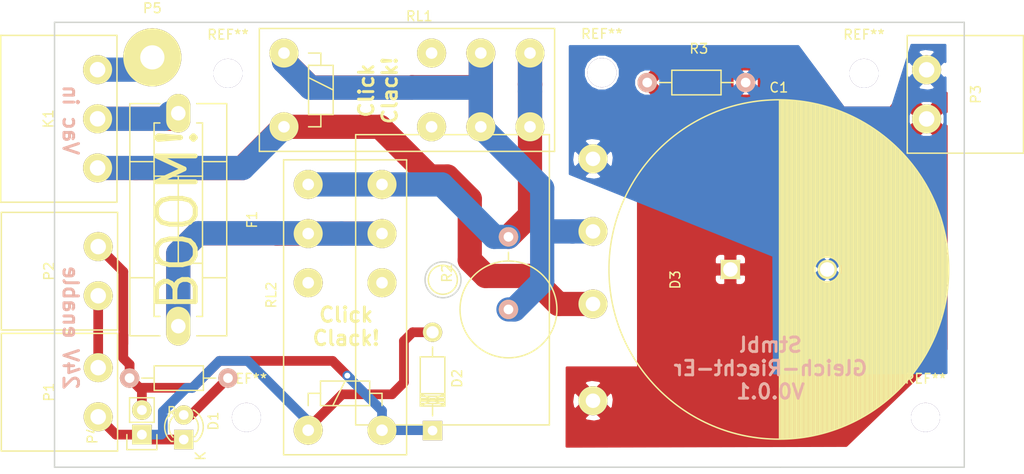
<source format=kicad_pcb>
(kicad_pcb (version 4) (host pcbnew "(2015-11-22 BZR 6327)-product")

  (general
    (links 30)
    (no_connects 0)
    (area 40.564999 69.330499 134.631501 115.454501)
    (thickness 1.6)
    (drawings 13)
    (tracks 110)
    (zones 0)
    (modules 21)
    (nets 17)
  )

  (page A4)
  (layers
    (0 F.Cu signal)
    (31 B.Cu signal)
    (32 B.Adhes user)
    (33 F.Adhes user)
    (34 B.Paste user)
    (35 F.Paste user)
    (36 B.SilkS user)
    (37 F.SilkS user)
    (38 B.Mask user)
    (39 F.Mask user)
    (40 Dwgs.User user)
    (41 Cmts.User user)
    (42 Eco1.User user)
    (43 Eco2.User user)
    (44 Edge.Cuts user)
    (45 Margin user)
    (46 B.CrtYd user)
    (47 F.CrtYd user)
    (48 B.Fab user)
    (49 F.Fab user)
  )

  (setup
    (last_trace_width 1)
    (user_trace_width 1)
    (user_trace_width 2.5)
    (trace_clearance 0.2)
    (zone_clearance 0.25)
    (zone_45_only no)
    (trace_min 0.2)
    (segment_width 0.2)
    (edge_width 0.15)
    (via_size 1)
    (via_drill 0.5)
    (via_min_size 0.4)
    (via_min_drill 0.3)
    (uvia_size 0.3)
    (uvia_drill 0.1)
    (uvias_allowed no)
    (uvia_min_size 0.2)
    (uvia_min_drill 0.1)
    (pcb_text_width 0.3)
    (pcb_text_size 1.5 1.5)
    (mod_edge_width 0.15)
    (mod_text_size 1 1)
    (mod_text_width 0.15)
    (pad_size 1.524 1.524)
    (pad_drill 0.762)
    (pad_to_mask_clearance 0.2)
    (aux_axis_origin 0 0)
    (grid_origin 40.64 115.443)
    (visible_elements FFFFFF7F)
    (pcbplotparams
      (layerselection 0x00030_80000001)
      (usegerberextensions false)
      (excludeedgelayer true)
      (linewidth 0.100000)
      (plotframeref false)
      (viasonmask false)
      (mode 1)
      (useauxorigin false)
      (hpglpennumber 1)
      (hpglpenspeed 20)
      (hpglpendiameter 15)
      (hpglpenoverlay 2)
      (psnegative false)
      (psa4output false)
      (plotreference true)
      (plotvalue true)
      (plotinvisibletext false)
      (padsonsilk false)
      (subtractmaskfromsilk false)
      (outputformat 1)
      (mirror false)
      (drillshape 0)
      (scaleselection 1)
      (outputdirectory ""))
  )

  (net 0 "")
  (net 1 DC+)
  (net 2 DC-)
  (net 3 "Net-(D1-Pad1)")
  (net 4 "Net-(D1-Pad2)")
  (net 5 "Net-(D2-Pad1)")
  (net 6 Neutral)
  (net 7 AC_ntc)
  (net 8 AC_fused)
  (net 9 "Net-(F1-Pad1)")
  (net 10 PE)
  (net 11 "Net-(P1-Pad1)")
  (net 12 AC_switched)
  (net 13 "Net-(RL1-Pad12)")
  (net 14 "Net-(RL2-Pad12)")
  (net 15 "Net-(RL1-Pad22)")
  (net 16 "Net-(RL2-Pad22)")

  (net_class Default "Dies ist die voreingestellte Netzklasse."
    (clearance 0.2)
    (trace_width 0.25)
    (via_dia 1)
    (via_drill 0.5)
    (uvia_dia 0.3)
    (uvia_drill 0.1)
    (add_net AC_fused)
    (add_net AC_ntc)
    (add_net AC_switched)
    (add_net DC+)
    (add_net DC-)
    (add_net "Net-(D1-Pad1)")
    (add_net "Net-(D1-Pad2)")
    (add_net "Net-(D2-Pad1)")
    (add_net "Net-(F1-Pad1)")
    (add_net "Net-(P1-Pad1)")
    (add_net "Net-(RL1-Pad12)")
    (add_net "Net-(RL1-Pad22)")
    (add_net "Net-(RL2-Pad12)")
    (add_net "Net-(RL2-Pad22)")
    (add_net Neutral)
    (add_net PE)
  )

  (module LEDs:LED-3MM (layer F.Cu) (tedit 559B82F6) (tstamp 56266914)
    (at 53.975 112.522 90)
    (descr "LED 3mm round vertical")
    (tags "LED  3mm round vertical")
    (path /56262E24)
    (fp_text reference D1 (at 1.91 3.06 90) (layer F.SilkS)
      (effects (font (size 1 1) (thickness 0.15)))
    )
    (fp_text value LED (at 1.3 -2.9 90) (layer F.Fab)
      (effects (font (size 1 1) (thickness 0.15)))
    )
    (fp_line (start -1.2 2.3) (end 3.8 2.3) (layer F.CrtYd) (width 0.05))
    (fp_line (start 3.8 2.3) (end 3.8 -2.2) (layer F.CrtYd) (width 0.05))
    (fp_line (start 3.8 -2.2) (end -1.2 -2.2) (layer F.CrtYd) (width 0.05))
    (fp_line (start -1.2 -2.2) (end -1.2 2.3) (layer F.CrtYd) (width 0.05))
    (fp_line (start -0.199 1.314) (end -0.199 1.114) (layer F.SilkS) (width 0.15))
    (fp_line (start -0.199 -1.28) (end -0.199 -1.1) (layer F.SilkS) (width 0.15))
    (fp_arc (start 1.301 0.034) (end -0.199 -1.286) (angle 108.5) (layer F.SilkS) (width 0.15))
    (fp_arc (start 1.301 0.034) (end 0.25 -1.1) (angle 85.7) (layer F.SilkS) (width 0.15))
    (fp_arc (start 1.311 0.034) (end 3.051 0.994) (angle 110) (layer F.SilkS) (width 0.15))
    (fp_arc (start 1.301 0.034) (end 2.335 1.094) (angle 87.5) (layer F.SilkS) (width 0.15))
    (fp_text user K (at -1.69 1.74 90) (layer F.SilkS)
      (effects (font (size 1 1) (thickness 0.15)))
    )
    (pad 1 thru_hole rect (at 0 0 180) (size 2 2) (drill 1.00076) (layers *.Cu *.Mask F.SilkS)
      (net 3 "Net-(D1-Pad1)"))
    (pad 2 thru_hole circle (at 2.54 0 90) (size 2 2) (drill 1.00076) (layers *.Cu *.Mask F.SilkS)
      (net 4 "Net-(D1-Pad2)"))
    (model LEDs.3dshapes/LED-3MM.wrl
      (at (xyz 0.05 0 0))
      (scale (xyz 1 1 1))
      (rotate (xyz 0 0 90))
    )
    (model discret/leds/led3_vertical_verde.wrl
      (at (xyz 0.05 0 0))
      (scale (xyz 1 1 1))
      (rotate (xyz 0 0 0))
    )
  )

  (module Diodes_ThroughHole:Diode_DO-41_SOD81_Horizontal_RM10 (layer F.Cu) (tedit 552FFCCE) (tstamp 56266928)
    (at 79.6671 111.5949 90)
    (descr "Diode, DO-41, SOD81, Horizontal, RM 10mm,")
    (tags "Diode, DO-41, SOD81, Horizontal, RM 10mm, 1N4007, SB140,")
    (path /56262D54)
    (fp_text reference D2 (at 5.38734 2.53746 90) (layer F.SilkS)
      (effects (font (size 1 1) (thickness 0.15)))
    )
    (fp_text value DIODE (at 4.37134 -3.55854 90) (layer F.Fab)
      (effects (font (size 1 1) (thickness 0.15)))
    )
    (fp_line (start 7.62 -0.00254) (end 8.636 -0.00254) (layer F.SilkS) (width 0.15))
    (fp_line (start 2.794 -0.00254) (end 1.524 -0.00254) (layer F.SilkS) (width 0.15))
    (fp_line (start 3.048 -1.27254) (end 3.048 1.26746) (layer F.SilkS) (width 0.15))
    (fp_line (start 3.302 -1.27254) (end 3.302 1.26746) (layer F.SilkS) (width 0.15))
    (fp_line (start 3.556 -1.27254) (end 3.556 1.26746) (layer F.SilkS) (width 0.15))
    (fp_line (start 2.794 -1.27254) (end 2.794 1.26746) (layer F.SilkS) (width 0.15))
    (fp_line (start 3.81 -1.27254) (end 2.54 1.26746) (layer F.SilkS) (width 0.15))
    (fp_line (start 2.54 -1.27254) (end 3.81 1.26746) (layer F.SilkS) (width 0.15))
    (fp_line (start 3.81 -1.27254) (end 3.81 1.26746) (layer F.SilkS) (width 0.15))
    (fp_line (start 3.175 -1.27254) (end 3.175 1.26746) (layer F.SilkS) (width 0.15))
    (fp_line (start 2.54 1.26746) (end 2.54 -1.27254) (layer F.SilkS) (width 0.15))
    (fp_line (start 2.54 -1.27254) (end 7.62 -1.27254) (layer F.SilkS) (width 0.15))
    (fp_line (start 7.62 -1.27254) (end 7.62 1.26746) (layer F.SilkS) (width 0.15))
    (fp_line (start 7.62 1.26746) (end 2.54 1.26746) (layer F.SilkS) (width 0.15))
    (pad 2 thru_hole circle (at 10.16 -0.00254 270) (size 1.99898 1.99898) (drill 1.27) (layers *.Cu *.Mask F.SilkS)
      (net 3 "Net-(D1-Pad1)"))
    (pad 1 thru_hole rect (at 0 -0.00254 270) (size 1.99898 1.99898) (drill 1.00076) (layers *.Cu *.Mask F.SilkS)
      (net 5 "Net-(D2-Pad1)"))
  )

  (module bridge:dfb_bridge (layer F.Cu) (tedit 56265C28) (tstamp 56266935)
    (at 101.727 96.012 90)
    (path /56262529)
    (fp_text reference D3 (at 0 3 90) (layer F.SilkS)
      (effects (font (size 1 1) (thickness 0.15)))
    )
    (fp_text value BRIDGE (at 0 5 90) (layer F.Fab)
      (effects (font (size 1 1) (thickness 0.15)))
    )
    (fp_circle (center 0 -21) (end 1.5 -21) (layer F.SilkS) (width 0.15))
    (fp_line (start -15 -30) (end 15 -30) (layer F.SilkS) (width 0.15))
    (fp_line (start 15 -30) (end 15 -10) (layer F.SilkS) (width 0.15))
    (fp_line (start -15 -10) (end 15 -10) (layer F.SilkS) (width 0.15))
    (fp_line (start -15 -30) (end -15 -10) (layer F.SilkS) (width 0.15))
    (pad 3 thru_hole circle (at -12.5 -5.5 90) (size 3 3) (drill 1.5) (layers *.Cu *.Mask F.SilkS)
      (net 1 DC+))
    (pad 2 thru_hole circle (at -2.5 -5.5 90) (size 3 3) (drill 1.5) (layers *.Cu *.Mask F.SilkS)
      (net 6 Neutral))
    (pad 4 thru_hole circle (at 5 -5.5 90) (size 3 3) (drill 1.5) (layers *.Cu *.Mask F.SilkS)
      (net 7 AC_ntc))
    (pad 1 thru_hole circle (at 12.5 -5.5 90) (size 3 3) (drill 1.5) (layers *.Cu *.Mask F.SilkS)
      (net 2 DC-))
  )

  (module Fuse_Holders_and_Fuses:Fuseholder5x20_horiz_SemiClosed_Casing10x25mm (layer F.Cu) (tedit 0) (tstamp 5626694E)
    (at 53.4162 89.8017 270)
    (descr "Fuseholder, 5x20, Semi closed, horizontal, Casing 10x25mm,")
    (tags "Fuseholder, 5x20, Semi closed, horizontal, Casing 10x25mm, Sicherungshalter, halbgeschlossen,")
    (path /5626282B)
    (fp_text reference F1 (at 0 -7.62 270) (layer F.SilkS)
      (effects (font (size 1 1) (thickness 0.15)))
    )
    (fp_text value FUSE (at 1.27 7.62 270) (layer F.Fab)
      (effects (font (size 1 1) (thickness 0.15)))
    )
    (fp_line (start -5.99948 -2.49936) (end -5.99948 -5.00126) (layer F.SilkS) (width 0.15))
    (fp_line (start -5.99948 5.00126) (end -5.99948 2.49936) (layer F.SilkS) (width 0.15))
    (fp_line (start 5.99948 5.00126) (end 5.99948 2.49936) (layer F.SilkS) (width 0.15))
    (fp_line (start 5.99948 -5.00126) (end 5.99948 -2.49936) (layer F.SilkS) (width 0.15))
    (fp_line (start -4.50088 0) (end 4.50088 0) (layer F.SilkS) (width 0.15))
    (fp_line (start -4.50088 -2.49936) (end -4.50088 2.49936) (layer F.SilkS) (width 0.15))
    (fp_line (start 4.50088 -2.49936) (end 4.50088 2.49936) (layer F.SilkS) (width 0.15))
    (fp_line (start 9.99998 -1.89992) (end 9.99998 -2.49936) (layer F.SilkS) (width 0.15))
    (fp_line (start -9.99998 1.89992) (end -9.99998 2.49936) (layer F.SilkS) (width 0.15))
    (fp_line (start -9.99998 2.49936) (end 9.99998 2.49936) (layer F.SilkS) (width 0.15))
    (fp_line (start 9.99998 2.49936) (end 9.99998 1.89992) (layer F.SilkS) (width 0.15))
    (fp_line (start 9.99998 -2.49936) (end -9.99998 -2.49936) (layer F.SilkS) (width 0.15))
    (fp_line (start -9.99998 -2.49936) (end -9.99998 -1.89992) (layer F.SilkS) (width 0.15))
    (fp_line (start 11.99896 -1.89992) (end 11.99896 -5.00126) (layer F.SilkS) (width 0.15))
    (fp_line (start -11.99896 1.89992) (end -11.99896 5.00126) (layer F.SilkS) (width 0.15))
    (fp_line (start -11.99896 5.00126) (end 11.99896 5.00126) (layer F.SilkS) (width 0.15))
    (fp_line (start 11.99896 5.00126) (end 11.99896 1.89992) (layer F.SilkS) (width 0.15))
    (fp_line (start 11.99896 -5.00126) (end -11.99896 -5.00126) (layer F.SilkS) (width 0.15))
    (fp_line (start -11.99896 -5.00126) (end -11.99896 -1.89992) (layer F.SilkS) (width 0.15))
    (pad 2 thru_hole oval (at 11.00074 0 180) (size 2.49936 4.0005) (drill 1.50114) (layers *.Cu *.Mask F.SilkS)
      (net 8 AC_fused))
    (pad 1 thru_hole oval (at -11.00074 0 180) (size 2.49936 4.0005) (drill 1.50114) (layers *.Cu *.Mask F.SilkS)
      (net 9 "Net-(F1-Pad1)"))
  )

  (module custom_footprints:WE313-3 (layer F.Cu) (tedit 5526D156) (tstamp 56266959)
    (at 45.085 79.375 270)
    (path /562627B8)
    (fp_text reference K1 (at 0 5.08 270) (layer F.SilkS)
      (effects (font (size 1 1) (thickness 0.15)))
    )
    (fp_text value CONN_3 (at 0 2.54 270) (layer F.Fab)
      (effects (font (size 1 1) (thickness 0.15)))
    )
    (fp_line (start -8.62 10) (end -8.62 -2) (layer F.SilkS) (width 0.15))
    (fp_line (start 8.62 10) (end -8.62 10) (layer F.SilkS) (width 0.15))
    (fp_line (start 8.62 -2) (end 8.62 10) (layer F.SilkS) (width 0.15))
    (fp_line (start -8.62 -2) (end 8.62 -2) (layer F.SilkS) (width 0.15))
    (pad 1 thru_hole circle (at -5.08 0 270) (size 3 3) (drill 1.6) (layers *.Cu *.Mask F.SilkS)
      (net 10 PE))
    (pad 2 thru_hole circle (at 0 0 270) (size 3 3) (drill 1.6) (layers *.Cu *.Mask F.SilkS)
      (net 9 "Net-(F1-Pad1)"))
    (pad 3 thru_hole circle (at 5.08 0 270) (size 3 3) (drill 1.6) (layers *.Cu *.Mask F.SilkS)
      (net 6 Neutral))
  )

  (module custom_footprints:WE313-2 (layer F.Cu) (tedit 5526D206) (tstamp 56266963)
    (at 45.1485 107.6325 270)
    (path /5626358D)
    (fp_text reference P1 (at 0 5.08 270) (layer F.SilkS)
      (effects (font (size 1 1) (thickness 0.15)))
    )
    (fp_text value CONN_2 (at 0 2.54 270) (layer F.Fab)
      (effects (font (size 1 1) (thickness 0.15)))
    )
    (fp_line (start -6.08 10) (end -6.08 -2) (layer F.SilkS) (width 0.15))
    (fp_line (start 6.08 10) (end -6.08 10) (layer F.SilkS) (width 0.15))
    (fp_line (start 6.08 -2) (end 6.08 10) (layer F.SilkS) (width 0.15))
    (fp_line (start -6.08 -2) (end 6.08 -2) (layer F.SilkS) (width 0.15))
    (pad 1 thru_hole circle (at -2.54 0 270) (size 3 3) (drill 1.6) (layers *.Cu *.Mask F.SilkS)
      (net 11 "Net-(P1-Pad1)"))
    (pad 2 thru_hole circle (at 2.54 0 270) (size 3 3) (drill 1.6) (layers *.Cu *.Mask F.SilkS)
      (net 3 "Net-(D1-Pad1)"))
  )

  (module custom_footprints:WE313-2 (layer F.Cu) (tedit 5526D206) (tstamp 5626696D)
    (at 45.1485 95.123 270)
    (path /562626ED)
    (fp_text reference P2 (at 0 5.08 270) (layer F.SilkS)
      (effects (font (size 1 1) (thickness 0.15)))
    )
    (fp_text value CONN_2 (at 0 2.54 270) (layer F.Fab)
      (effects (font (size 1 1) (thickness 0.15)))
    )
    (fp_line (start -6.08 10) (end -6.08 -2) (layer F.SilkS) (width 0.15))
    (fp_line (start 6.08 10) (end -6.08 10) (layer F.SilkS) (width 0.15))
    (fp_line (start 6.08 -2) (end 6.08 10) (layer F.SilkS) (width 0.15))
    (fp_line (start -6.08 -2) (end 6.08 -2) (layer F.SilkS) (width 0.15))
    (pad 1 thru_hole circle (at -2.54 0 270) (size 3 3) (drill 1.6) (layers *.Cu *.Mask F.SilkS)
      (net 5 "Net-(D2-Pad1)"))
    (pad 2 thru_hole circle (at 2.54 0 270) (size 3 3) (drill 1.6) (layers *.Cu *.Mask F.SilkS)
      (net 11 "Net-(P1-Pad1)"))
  )

  (module custom_footprints:WE313-2 (layer F.Cu) (tedit 5526D206) (tstamp 56266977)
    (at 130.6703 76.8477 90)
    (path /56262678)
    (fp_text reference P3 (at 0 5.08 90) (layer F.SilkS)
      (effects (font (size 1 1) (thickness 0.15)))
    )
    (fp_text value CONN_2 (at 0 2.54 90) (layer F.Fab)
      (effects (font (size 1 1) (thickness 0.15)))
    )
    (fp_line (start -6.08 10) (end -6.08 -2) (layer F.SilkS) (width 0.15))
    (fp_line (start 6.08 10) (end -6.08 10) (layer F.SilkS) (width 0.15))
    (fp_line (start 6.08 -2) (end 6.08 10) (layer F.SilkS) (width 0.15))
    (fp_line (start -6.08 -2) (end 6.08 -2) (layer F.SilkS) (width 0.15))
    (pad 1 thru_hole circle (at -2.54 0 90) (size 3 3) (drill 1.6) (layers *.Cu *.Mask F.SilkS)
      (net 1 DC+))
    (pad 2 thru_hole circle (at 2.54 0 90) (size 3 3) (drill 1.6) (layers *.Cu *.Mask F.SilkS)
      (net 2 DC-))
  )

  (module Socket_Strips:Socket_Strip_Straight_1x02 (layer F.Cu) (tedit 54E9F75E) (tstamp 56266988)
    (at 49.657 112.014 90)
    (descr "Through hole socket strip")
    (tags "socket strip")
    (path /56266A2B)
    (fp_text reference P4 (at 0 -5.1 90) (layer F.SilkS)
      (effects (font (size 1 1) (thickness 0.15)))
    )
    (fp_text value CONN_2 (at 0 -3.1 90) (layer F.Fab)
      (effects (font (size 1 1) (thickness 0.15)))
    )
    (fp_line (start -1.55 1.55) (end 0 1.55) (layer F.SilkS) (width 0.15))
    (fp_line (start 3.81 1.27) (end 1.27 1.27) (layer F.SilkS) (width 0.15))
    (fp_line (start -1.75 -1.75) (end -1.75 1.75) (layer F.CrtYd) (width 0.05))
    (fp_line (start 4.3 -1.75) (end 4.3 1.75) (layer F.CrtYd) (width 0.05))
    (fp_line (start -1.75 -1.75) (end 4.3 -1.75) (layer F.CrtYd) (width 0.05))
    (fp_line (start -1.75 1.75) (end 4.3 1.75) (layer F.CrtYd) (width 0.05))
    (fp_line (start 1.27 1.27) (end 1.27 -1.27) (layer F.SilkS) (width 0.15))
    (fp_line (start 0 -1.55) (end -1.55 -1.55) (layer F.SilkS) (width 0.15))
    (fp_line (start -1.55 -1.55) (end -1.55 1.55) (layer F.SilkS) (width 0.15))
    (fp_line (start 1.27 -1.27) (end 3.81 -1.27) (layer F.SilkS) (width 0.15))
    (fp_line (start 3.81 -1.27) (end 3.81 1.27) (layer F.SilkS) (width 0.15))
    (pad 1 thru_hole rect (at 0 0 90) (size 2.032 2.032) (drill 1.016) (layers *.Cu *.Mask F.SilkS)
      (net 3 "Net-(D1-Pad1)"))
    (pad 2 thru_hole oval (at 2.54 0 90) (size 2.032 2.032) (drill 1.016) (layers *.Cu *.Mask F.SilkS)
      (net 5 "Net-(D2-Pad1)"))
    (model Socket_Strips.3dshapes/Socket_Strip_Straight_1x02.wrl
      (at (xyz 0.05 0 0))
      (scale (xyz 1 1 1))
      (rotate (xyz 0 0 180))
    )
    (model pin_array/pins_array_2x1.wrl
      (at (xyz 0.05 0 0))
      (scale (xyz 1 1 1))
      (rotate (xyz 0 0 0))
    )
  )

  (module Resistors_ThroughHole:Resistor_Horizontal_RM10mm (layer F.Cu) (tedit 53F56209) (tstamp 56266994)
    (at 53.467 106.172 180)
    (descr "Resistor, Axial,  RM 10mm, 1/3W,")
    (tags "Resistor, Axial, RM 10mm, 1/3W,")
    (path /56263013)
    (fp_text reference R1 (at 0.24892 -3.50012 180) (layer F.SilkS)
      (effects (font (size 1 1) (thickness 0.15)))
    )
    (fp_text value R (at 3.81 3.81 180) (layer F.Fab)
      (effects (font (size 1 1) (thickness 0.15)))
    )
    (fp_line (start -2.54 -1.27) (end 2.54 -1.27) (layer F.SilkS) (width 0.15))
    (fp_line (start 2.54 -1.27) (end 2.54 1.27) (layer F.SilkS) (width 0.15))
    (fp_line (start 2.54 1.27) (end -2.54 1.27) (layer F.SilkS) (width 0.15))
    (fp_line (start -2.54 1.27) (end -2.54 -1.27) (layer F.SilkS) (width 0.15))
    (fp_line (start -2.54 0) (end -3.81 0) (layer F.SilkS) (width 0.15))
    (fp_line (start 2.54 0) (end 3.81 0) (layer F.SilkS) (width 0.15))
    (pad 1 thru_hole circle (at -5.08 0 180) (size 1.99898 1.99898) (drill 1.00076) (layers *.Cu *.SilkS *.Mask)
      (net 4 "Net-(D1-Pad2)"))
    (pad 2 thru_hole circle (at 5.08 0 180) (size 1.99898 1.99898) (drill 1.00076) (layers *.Cu *.SilkS *.Mask)
      (net 5 "Net-(D2-Pad1)"))
    (model Resistors_ThroughHole.3dshapes/Resistor_Horizontal_RM10mm.wrl
      (at (xyz 0 0 0))
      (scale (xyz 0.4 0.4 0.4))
      (rotate (xyz 0 0 0))
    )
    (model discret/resistors/horizontal/r_h_1k.wrl
      (at (xyz 0 0 0))
      (scale (xyz 0.4 0.4 0.4))
      (rotate (xyz 0 0 0))
    )
  )

  (module Resistors_ThroughHole:Resistor_Horizontal_RM10mm (layer F.Cu) (tedit 53F56209) (tstamp 562669AC)
    (at 106.9086 75.6285)
    (descr "Resistor, Axial,  RM 10mm, 1/3W,")
    (tags "Resistor, Axial, RM 10mm, 1/3W,")
    (path /5626609F)
    (fp_text reference R3 (at 0.24892 -3.50012) (layer F.SilkS)
      (effects (font (size 1 1) (thickness 0.15)))
    )
    (fp_text value R (at 3.81 3.81) (layer F.Fab)
      (effects (font (size 1 1) (thickness 0.15)))
    )
    (fp_line (start -2.54 -1.27) (end 2.54 -1.27) (layer F.SilkS) (width 0.15))
    (fp_line (start 2.54 -1.27) (end 2.54 1.27) (layer F.SilkS) (width 0.15))
    (fp_line (start 2.54 1.27) (end -2.54 1.27) (layer F.SilkS) (width 0.15))
    (fp_line (start -2.54 1.27) (end -2.54 -1.27) (layer F.SilkS) (width 0.15))
    (fp_line (start -2.54 0) (end -3.81 0) (layer F.SilkS) (width 0.15))
    (fp_line (start 2.54 0) (end 3.81 0) (layer F.SilkS) (width 0.15))
    (pad 1 thru_hole circle (at -5.08 0) (size 1.99898 1.99898) (drill 1.00076) (layers *.Cu *.SilkS *.Mask)
      (net 1 DC+))
    (pad 2 thru_hole circle (at 5.08 0) (size 1.99898 1.99898) (drill 1.00076) (layers *.Cu *.SilkS *.Mask)
      (net 2 DC-))
    (model Resistors_ThroughHole.3dshapes/Resistor_Horizontal_RM10mm.wrl
      (at (xyz 0 0 0))
      (scale (xyz 0.4 0.4 0.4))
      (rotate (xyz 0 0 0))
    )
    (model discret/resistors/horizontal/r_h_1K2.wrl
      (at (xyz 0 0 0))
      (scale (xyz 0.4 0.4 0.4))
      (rotate (xyz 0 0 0))
    )
  )

  (module Relays_ThroughHole:Relay_DPDT_Schrack-RT2_RM5mm (layer F.Cu) (tedit 54C873D3) (tstamp 562669C6)
    (at 64.3255 80.2005)
    (descr "Relay, DPST, Schrack-RT2, RM5mm,")
    (tags "Relay, DPST,  Schrack-RT1, RM5mm, Reais, 2 x um,")
    (path /562691A0)
    (fp_text reference RL1 (at 13.97 -11.43) (layer F.SilkS)
      (effects (font (size 1 1) (thickness 0.15)))
    )
    (fp_text value FINDER-40.52 (at 12.7 5.08) (layer F.Fab)
      (effects (font (size 1 1) (thickness 0.15)))
    )
    (fp_line (start 2.54 -5.08) (end 5.08 -3.81) (layer F.SilkS) (width 0.15))
    (fp_line (start 3.81 -1.27) (end 3.81 0) (layer F.SilkS) (width 0.15))
    (fp_line (start 3.81 0) (end 2.54 0) (layer F.SilkS) (width 0.15))
    (fp_line (start 2.54 -7.62) (end 3.81 -7.62) (layer F.SilkS) (width 0.15))
    (fp_line (start 3.81 -7.62) (end 3.81 -6.35) (layer F.SilkS) (width 0.15))
    (fp_line (start 3.81 -6.35) (end 5.08 -6.35) (layer F.SilkS) (width 0.15))
    (fp_line (start 5.08 -6.35) (end 5.08 -1.27) (layer F.SilkS) (width 0.15))
    (fp_line (start 5.08 -1.27) (end 2.54 -1.27) (layer F.SilkS) (width 0.15))
    (fp_line (start 2.54 -1.27) (end 2.54 -6.35) (layer F.SilkS) (width 0.15))
    (fp_line (start 2.54 -6.35) (end 3.81 -6.35) (layer F.SilkS) (width 0.15))
    (fp_line (start -2.54 -10.16) (end 27.94 -10.16) (layer F.SilkS) (width 0.15))
    (fp_line (start 27.94 -10.16) (end 27.94 2.54) (layer F.SilkS) (width 0.15))
    (fp_line (start 27.94 2.54) (end -2.54 2.54) (layer F.SilkS) (width 0.15))
    (fp_line (start -2.54 2.54) (end -2.54 -10.16) (layer F.SilkS) (width 0.15))
    (pad A1 thru_hole circle (at 0 -7.62) (size 2.99974 2.99974) (drill 1.19888) (layers *.Cu *.Mask F.SilkS)
      (net 7 AC_ntc))
    (pad A2 thru_hole circle (at 0 0) (size 2.99974 2.99974) (drill 1.19888) (layers *.Cu *.Mask F.SilkS)
      (net 6 Neutral))
    (pad 22 thru_hole circle (at 15.24 0) (size 2.99974 2.99974) (drill 1.19888) (layers *.Cu *.Mask F.SilkS)
      (net 15 "Net-(RL1-Pad22)"))
    (pad 21 thru_hole circle (at 20.32 0) (size 2.99974 2.99974) (drill 1.19888) (layers *.Cu *.Mask F.SilkS)
      (net 7 AC_ntc))
    (pad 24 thru_hole circle (at 25.4 0) (size 2.99974 2.99974) (drill 1.19888) (layers *.Cu *.Mask F.SilkS)
      (net 12 AC_switched))
    (pad 12 thru_hole circle (at 15.24 -7.62) (size 2.99974 2.99974) (drill 1.19888) (layers *.Cu *.Mask F.SilkS)
      (net 13 "Net-(RL1-Pad12)"))
    (pad 11 thru_hole circle (at 20.32 -7.62) (size 2.99974 2.99974) (drill 1.19888) (layers *.Cu *.Mask F.SilkS)
      (net 7 AC_ntc))
    (pad 14 thru_hole circle (at 25.4 -7.62) (size 2.99974 2.99974) (drill 1.19888) (layers *.Cu *.Mask F.SilkS)
      (net 12 AC_switched))
  )

  (module Relays_ThroughHole:Relay_DPDT_Schrack-RT2_RM5mm (layer F.Cu) (tedit 54C873D3) (tstamp 562669E0)
    (at 74.4474 111.5568 90)
    (descr "Relay, DPST, Schrack-RT2, RM5mm,")
    (tags "Relay, DPST,  Schrack-RT1, RM5mm, Reais, 2 x um,")
    (path /56268E4F)
    (fp_text reference RL2 (at 13.97 -11.43 90) (layer F.SilkS)
      (effects (font (size 1 1) (thickness 0.15)))
    )
    (fp_text value FINDER-40.52 (at 12.7 5.08 90) (layer F.Fab)
      (effects (font (size 1 1) (thickness 0.15)))
    )
    (fp_line (start 2.54 -5.08) (end 5.08 -3.81) (layer F.SilkS) (width 0.15))
    (fp_line (start 3.81 -1.27) (end 3.81 0) (layer F.SilkS) (width 0.15))
    (fp_line (start 3.81 0) (end 2.54 0) (layer F.SilkS) (width 0.15))
    (fp_line (start 2.54 -7.62) (end 3.81 -7.62) (layer F.SilkS) (width 0.15))
    (fp_line (start 3.81 -7.62) (end 3.81 -6.35) (layer F.SilkS) (width 0.15))
    (fp_line (start 3.81 -6.35) (end 5.08 -6.35) (layer F.SilkS) (width 0.15))
    (fp_line (start 5.08 -6.35) (end 5.08 -1.27) (layer F.SilkS) (width 0.15))
    (fp_line (start 5.08 -1.27) (end 2.54 -1.27) (layer F.SilkS) (width 0.15))
    (fp_line (start 2.54 -1.27) (end 2.54 -6.35) (layer F.SilkS) (width 0.15))
    (fp_line (start 2.54 -6.35) (end 3.81 -6.35) (layer F.SilkS) (width 0.15))
    (fp_line (start -2.54 -10.16) (end 27.94 -10.16) (layer F.SilkS) (width 0.15))
    (fp_line (start 27.94 -10.16) (end 27.94 2.54) (layer F.SilkS) (width 0.15))
    (fp_line (start 27.94 2.54) (end -2.54 2.54) (layer F.SilkS) (width 0.15))
    (fp_line (start -2.54 2.54) (end -2.54 -10.16) (layer F.SilkS) (width 0.15))
    (pad A1 thru_hole circle (at 0 -7.62 90) (size 2.99974 2.99974) (drill 1.19888) (layers *.Cu *.Mask F.SilkS)
      (net 3 "Net-(D1-Pad1)"))
    (pad A2 thru_hole circle (at 0 0 90) (size 2.99974 2.99974) (drill 1.19888) (layers *.Cu *.Mask F.SilkS)
      (net 5 "Net-(D2-Pad1)"))
    (pad 22 thru_hole circle (at 15.24 0 90) (size 2.99974 2.99974) (drill 1.19888) (layers *.Cu *.Mask F.SilkS)
      (net 16 "Net-(RL2-Pad22)"))
    (pad 21 thru_hole circle (at 20.32 0 90) (size 2.99974 2.99974) (drill 1.19888) (layers *.Cu *.Mask F.SilkS)
      (net 8 AC_fused))
    (pad 24 thru_hole circle (at 25.4 0 90) (size 2.99974 2.99974) (drill 1.19888) (layers *.Cu *.Mask F.SilkS)
      (net 12 AC_switched))
    (pad 12 thru_hole circle (at 15.24 -7.62 90) (size 2.99974 2.99974) (drill 1.19888) (layers *.Cu *.Mask F.SilkS)
      (net 14 "Net-(RL2-Pad12)"))
    (pad 11 thru_hole circle (at 20.32 -7.62 90) (size 2.99974 2.99974) (drill 1.19888) (layers *.Cu *.Mask F.SilkS)
      (net 8 AC_fused))
    (pad 14 thru_hole circle (at 25.4 -7.62 90) (size 2.99974 2.99974) (drill 1.19888) (layers *.Cu *.Mask F.SilkS)
      (net 12 AC_switched))
  )

  (module Resistors_ThroughHole:Resistor_Vertical_RM7.5mm (layer F.Cu) (tedit 0) (tstamp 562673CC)
    (at 87.503 95.3262 90)
    (descr "Resistor, Vertical, RM 7.5mm,")
    (tags "Resistor, Vertical, RM 7.5mm,")
    (path /56262BA3)
    (fp_text reference R2 (at 0 -6.35 90) (layer F.SilkS)
      (effects (font (size 1 1) (thickness 0.15)))
    )
    (fp_text value R (at 0 7.50062 90) (layer F.Fab)
      (effects (font (size 1 1) (thickness 0.15)))
    )
    (fp_line (start 1.25222 0) (end 2.15138 0) (layer F.SilkS) (width 0.15))
    (fp_circle (center -3.74904 0) (end 1.25222 0) (layer F.SilkS) (width 0.15))
    (pad 1 thru_hole circle (at -3.74904 0 90) (size 1.99898 1.99898) (drill 1.00076) (layers *.Cu *.SilkS *.Mask)
      (net 7 AC_ntc))
    (pad 2 thru_hole circle (at 3.75158 0 90) (size 1.99898 1.99898) (drill 1.00076) (layers *.Cu *.SilkS *.Mask)
      (net 12 AC_switched))
  )

  (module Wire_Pads:SolderWirePad_single_2-5mmDrill (layer F.Cu) (tedit 0) (tstamp 56267575)
    (at 50.7365 73.025)
    (path /56267627)
    (fp_text reference P5 (at 0 -5.08) (layer F.SilkS)
      (effects (font (size 1 1) (thickness 0.15)))
    )
    (fp_text value CONN_1 (at 1.27 5.08) (layer F.Fab)
      (effects (font (size 1 1) (thickness 0.15)))
    )
    (pad 1 thru_hole circle (at 0 0) (size 5.99948 5.99948) (drill 2.49936) (layers *.Cu *.Mask F.SilkS)
      (net 10 PE))
  )

  (module Capacitors_ThroughHole:C_Radial_D35_L51_P10 (layer F.Cu) (tedit 0) (tstamp 5626813E)
    (at 110.4138 94.9452)
    (descr "Radial Electrolytic Capacitor Diameter 35mm x Length 51mm, Pitch 10mm")
    (tags "Electrolytic Capacitor")
    (path /562625AE)
    (fp_text reference C1 (at 5 -18.8) (layer F.SilkS)
      (effects (font (size 1 1) (thickness 0.15)))
    )
    (fp_text value CP1 (at 5 18.8) (layer F.Fab)
      (effects (font (size 1 1) (thickness 0.15)))
    )
    (fp_line (start 5.075 -17.5) (end 5.075 17.5) (layer F.SilkS) (width 0.15))
    (fp_line (start 5.215 -17.499) (end 5.215 17.499) (layer F.SilkS) (width 0.15))
    (fp_line (start 5.355 -17.496) (end 5.355 17.496) (layer F.SilkS) (width 0.15))
    (fp_line (start 5.495 -17.493) (end 5.495 17.493) (layer F.SilkS) (width 0.15))
    (fp_line (start 5.635 -17.488) (end 5.635 17.488) (layer F.SilkS) (width 0.15))
    (fp_line (start 5.775 -17.483) (end 5.775 17.483) (layer F.SilkS) (width 0.15))
    (fp_line (start 5.915 -17.476) (end 5.915 17.476) (layer F.SilkS) (width 0.15))
    (fp_line (start 6.055 -17.468) (end 6.055 17.468) (layer F.SilkS) (width 0.15))
    (fp_line (start 6.195 -17.459) (end 6.195 17.459) (layer F.SilkS) (width 0.15))
    (fp_line (start 6.335 -17.449) (end 6.335 17.449) (layer F.SilkS) (width 0.15))
    (fp_line (start 6.475 -17.438) (end 6.475 17.438) (layer F.SilkS) (width 0.15))
    (fp_line (start 6.615 -17.425) (end 6.615 17.425) (layer F.SilkS) (width 0.15))
    (fp_line (start 6.755 -17.412) (end 6.755 17.412) (layer F.SilkS) (width 0.15))
    (fp_line (start 6.895 -17.397) (end 6.895 17.397) (layer F.SilkS) (width 0.15))
    (fp_line (start 7.035 -17.381) (end 7.035 17.381) (layer F.SilkS) (width 0.15))
    (fp_line (start 7.175 -17.364) (end 7.175 17.364) (layer F.SilkS) (width 0.15))
    (fp_line (start 7.315 -17.346) (end 7.315 17.346) (layer F.SilkS) (width 0.15))
    (fp_line (start 7.455 -17.327) (end 7.455 17.327) (layer F.SilkS) (width 0.15))
    (fp_line (start 7.595 -17.307) (end 7.595 17.307) (layer F.SilkS) (width 0.15))
    (fp_line (start 7.735 -17.285) (end 7.735 17.285) (layer F.SilkS) (width 0.15))
    (fp_line (start 7.875 -17.262) (end 7.875 17.262) (layer F.SilkS) (width 0.15))
    (fp_line (start 8.015 -17.238) (end 8.015 17.238) (layer F.SilkS) (width 0.15))
    (fp_line (start 8.155 -17.213) (end 8.155 17.213) (layer F.SilkS) (width 0.15))
    (fp_line (start 8.295 -17.187) (end 8.295 17.187) (layer F.SilkS) (width 0.15))
    (fp_line (start 8.435 -17.16) (end 8.435 17.16) (layer F.SilkS) (width 0.15))
    (fp_line (start 8.575 -17.131) (end 8.575 17.131) (layer F.SilkS) (width 0.15))
    (fp_line (start 8.715 -17.101) (end 8.715 -0.197) (layer F.SilkS) (width 0.15))
    (fp_line (start 8.715 0.197) (end 8.715 17.101) (layer F.SilkS) (width 0.15))
    (fp_line (start 8.855 -17.07) (end 8.855 -0.616) (layer F.SilkS) (width 0.15))
    (fp_line (start 8.855 0.616) (end 8.855 17.07) (layer F.SilkS) (width 0.15))
    (fp_line (start 8.995 -17.038) (end 8.995 -0.825) (layer F.SilkS) (width 0.15))
    (fp_line (start 8.995 0.825) (end 8.995 17.038) (layer F.SilkS) (width 0.15))
    (fp_line (start 9.135 -17.004) (end 9.135 -0.97) (layer F.SilkS) (width 0.15))
    (fp_line (start 9.135 0.97) (end 9.135 17.004) (layer F.SilkS) (width 0.15))
    (fp_line (start 9.275 -16.97) (end 9.275 -1.079) (layer F.SilkS) (width 0.15))
    (fp_line (start 9.275 1.079) (end 9.275 16.97) (layer F.SilkS) (width 0.15))
    (fp_line (start 9.415 -16.934) (end 9.415 -1.161) (layer F.SilkS) (width 0.15))
    (fp_line (start 9.415 1.161) (end 9.415 16.934) (layer F.SilkS) (width 0.15))
    (fp_line (start 9.555 -16.897) (end 9.555 -1.221) (layer F.SilkS) (width 0.15))
    (fp_line (start 9.555 1.221) (end 9.555 16.897) (layer F.SilkS) (width 0.15))
    (fp_line (start 9.695 -16.858) (end 9.695 -1.264) (layer F.SilkS) (width 0.15))
    (fp_line (start 9.695 1.264) (end 9.695 16.858) (layer F.SilkS) (width 0.15))
    (fp_line (start 9.835 -16.819) (end 9.835 -1.289) (layer F.SilkS) (width 0.15))
    (fp_line (start 9.835 1.289) (end 9.835 16.819) (layer F.SilkS) (width 0.15))
    (fp_line (start 9.975 -16.778) (end 9.975 -1.3) (layer F.SilkS) (width 0.15))
    (fp_line (start 9.975 1.3) (end 9.975 16.778) (layer F.SilkS) (width 0.15))
    (fp_line (start 10.115 -16.736) (end 10.115 -1.295) (layer F.SilkS) (width 0.15))
    (fp_line (start 10.115 1.295) (end 10.115 16.736) (layer F.SilkS) (width 0.15))
    (fp_line (start 10.255 -16.692) (end 10.255 -1.275) (layer F.SilkS) (width 0.15))
    (fp_line (start 10.255 1.275) (end 10.255 16.692) (layer F.SilkS) (width 0.15))
    (fp_line (start 10.395 -16.648) (end 10.395 -1.239) (layer F.SilkS) (width 0.15))
    (fp_line (start 10.395 1.239) (end 10.395 16.648) (layer F.SilkS) (width 0.15))
    (fp_line (start 10.535 -16.602) (end 10.535 -1.185) (layer F.SilkS) (width 0.15))
    (fp_line (start 10.535 1.185) (end 10.535 16.602) (layer F.SilkS) (width 0.15))
    (fp_line (start 10.675 -16.554) (end 10.675 -1.111) (layer F.SilkS) (width 0.15))
    (fp_line (start 10.675 1.111) (end 10.675 16.554) (layer F.SilkS) (width 0.15))
    (fp_line (start 10.815 -16.506) (end 10.815 -1.013) (layer F.SilkS) (width 0.15))
    (fp_line (start 10.815 1.013) (end 10.815 16.506) (layer F.SilkS) (width 0.15))
    (fp_line (start 10.955 -16.456) (end 10.955 -0.882) (layer F.SilkS) (width 0.15))
    (fp_line (start 10.955 0.882) (end 10.955 16.456) (layer F.SilkS) (width 0.15))
    (fp_line (start 11.095 -16.404) (end 11.095 -0.701) (layer F.SilkS) (width 0.15))
    (fp_line (start 11.095 0.701) (end 11.095 16.404) (layer F.SilkS) (width 0.15))
    (fp_line (start 11.235 -16.352) (end 11.235 -0.406) (layer F.SilkS) (width 0.15))
    (fp_line (start 11.235 0.406) (end 11.235 16.352) (layer F.SilkS) (width 0.15))
    (fp_line (start 11.375 -16.298) (end 11.375 16.298) (layer F.SilkS) (width 0.15))
    (fp_line (start 11.515 -16.242) (end 11.515 16.242) (layer F.SilkS) (width 0.15))
    (fp_line (start 11.655 -16.185) (end 11.655 16.185) (layer F.SilkS) (width 0.15))
    (fp_line (start 11.795 -16.127) (end 11.795 16.127) (layer F.SilkS) (width 0.15))
    (fp_line (start 11.935 -16.067) (end 11.935 16.067) (layer F.SilkS) (width 0.15))
    (fp_line (start 12.075 -16.006) (end 12.075 16.006) (layer F.SilkS) (width 0.15))
    (fp_line (start 12.215 -15.943) (end 12.215 15.943) (layer F.SilkS) (width 0.15))
    (fp_line (start 12.355 -15.879) (end 12.355 15.879) (layer F.SilkS) (width 0.15))
    (fp_line (start 12.495 -15.814) (end 12.495 15.814) (layer F.SilkS) (width 0.15))
    (fp_line (start 12.635 -15.747) (end 12.635 15.747) (layer F.SilkS) (width 0.15))
    (fp_line (start 12.775 -15.678) (end 12.775 15.678) (layer F.SilkS) (width 0.15))
    (fp_line (start 12.915 -15.608) (end 12.915 15.608) (layer F.SilkS) (width 0.15))
    (fp_line (start 13.055 -15.536) (end 13.055 15.536) (layer F.SilkS) (width 0.15))
    (fp_line (start 13.195 -15.463) (end 13.195 15.463) (layer F.SilkS) (width 0.15))
    (fp_line (start 13.335 -15.388) (end 13.335 15.388) (layer F.SilkS) (width 0.15))
    (fp_line (start 13.475 -15.311) (end 13.475 15.311) (layer F.SilkS) (width 0.15))
    (fp_line (start 13.615 -15.233) (end 13.615 15.233) (layer F.SilkS) (width 0.15))
    (fp_line (start 13.755 -15.153) (end 13.755 15.153) (layer F.SilkS) (width 0.15))
    (fp_line (start 13.895 -15.071) (end 13.895 15.071) (layer F.SilkS) (width 0.15))
    (fp_line (start 14.035 -14.987) (end 14.035 14.987) (layer F.SilkS) (width 0.15))
    (fp_line (start 14.175 -14.902) (end 14.175 14.902) (layer F.SilkS) (width 0.15))
    (fp_line (start 14.315 -14.815) (end 14.315 14.815) (layer F.SilkS) (width 0.15))
    (fp_line (start 14.455 -14.726) (end 14.455 14.726) (layer F.SilkS) (width 0.15))
    (fp_line (start 14.595 -14.635) (end 14.595 14.635) (layer F.SilkS) (width 0.15))
    (fp_line (start 14.735 -14.542) (end 14.735 14.542) (layer F.SilkS) (width 0.15))
    (fp_line (start 14.875 -14.448) (end 14.875 14.448) (layer F.SilkS) (width 0.15))
    (fp_line (start 15.015 -14.351) (end 15.015 14.351) (layer F.SilkS) (width 0.15))
    (fp_line (start 15.155 -14.252) (end 15.155 14.252) (layer F.SilkS) (width 0.15))
    (fp_line (start 15.295 -14.151) (end 15.295 14.151) (layer F.SilkS) (width 0.15))
    (fp_line (start 15.435 -14.049) (end 15.435 14.049) (layer F.SilkS) (width 0.15))
    (fp_line (start 15.575 -13.943) (end 15.575 13.943) (layer F.SilkS) (width 0.15))
    (fp_line (start 15.715 -13.836) (end 15.715 13.836) (layer F.SilkS) (width 0.15))
    (fp_line (start 15.855 -13.727) (end 15.855 13.727) (layer F.SilkS) (width 0.15))
    (fp_line (start 15.995 -13.615) (end 15.995 13.615) (layer F.SilkS) (width 0.15))
    (fp_line (start 16.135 -13.5) (end 16.135 13.5) (layer F.SilkS) (width 0.15))
    (fp_line (start 16.275 -13.384) (end 16.275 13.384) (layer F.SilkS) (width 0.15))
    (fp_line (start 16.415 -13.265) (end 16.415 13.265) (layer F.SilkS) (width 0.15))
    (fp_line (start 16.555 -13.143) (end 16.555 13.143) (layer F.SilkS) (width 0.15))
    (fp_line (start 16.695 -13.018) (end 16.695 13.018) (layer F.SilkS) (width 0.15))
    (fp_line (start 16.835 -12.891) (end 16.835 12.891) (layer F.SilkS) (width 0.15))
    (fp_line (start 16.975 -12.761) (end 16.975 12.761) (layer F.SilkS) (width 0.15))
    (fp_line (start 17.115 -12.628) (end 17.115 12.628) (layer F.SilkS) (width 0.15))
    (fp_line (start 17.255 -12.493) (end 17.255 12.493) (layer F.SilkS) (width 0.15))
    (fp_line (start 17.395 -12.354) (end 17.395 12.354) (layer F.SilkS) (width 0.15))
    (fp_line (start 17.535 -12.212) (end 17.535 12.212) (layer F.SilkS) (width 0.15))
    (fp_line (start 17.675 -12.066) (end 17.675 12.066) (layer F.SilkS) (width 0.15))
    (fp_line (start 17.815 -11.917) (end 17.815 11.917) (layer F.SilkS) (width 0.15))
    (fp_line (start 17.955 -11.765) (end 17.955 11.765) (layer F.SilkS) (width 0.15))
    (fp_line (start 18.095 -11.609) (end 18.095 11.609) (layer F.SilkS) (width 0.15))
    (fp_line (start 18.235 -11.449) (end 18.235 11.449) (layer F.SilkS) (width 0.15))
    (fp_line (start 18.375 -11.285) (end 18.375 11.285) (layer F.SilkS) (width 0.15))
    (fp_line (start 18.515 -11.117) (end 18.515 11.117) (layer F.SilkS) (width 0.15))
    (fp_line (start 18.655 -10.945) (end 18.655 10.945) (layer F.SilkS) (width 0.15))
    (fp_line (start 18.795 -10.768) (end 18.795 10.768) (layer F.SilkS) (width 0.15))
    (fp_line (start 18.935 -10.586) (end 18.935 10.586) (layer F.SilkS) (width 0.15))
    (fp_line (start 19.075 -10.399) (end 19.075 10.399) (layer F.SilkS) (width 0.15))
    (fp_line (start 19.215 -10.207) (end 19.215 10.207) (layer F.SilkS) (width 0.15))
    (fp_line (start 19.355 -10.009) (end 19.355 10.009) (layer F.SilkS) (width 0.15))
    (fp_line (start 19.495 -9.805) (end 19.495 9.805) (layer F.SilkS) (width 0.15))
    (fp_line (start 19.635 -9.595) (end 19.635 9.595) (layer F.SilkS) (width 0.15))
    (fp_line (start 19.775 -9.378) (end 19.775 9.378) (layer F.SilkS) (width 0.15))
    (fp_line (start 19.915 -9.154) (end 19.915 9.154) (layer F.SilkS) (width 0.15))
    (fp_line (start 20.055 -8.922) (end 20.055 8.922) (layer F.SilkS) (width 0.15))
    (fp_line (start 20.195 -8.681) (end 20.195 8.681) (layer F.SilkS) (width 0.15))
    (fp_line (start 20.335 -8.431) (end 20.335 8.431) (layer F.SilkS) (width 0.15))
    (fp_line (start 20.475 -8.172) (end 20.475 8.172) (layer F.SilkS) (width 0.15))
    (fp_line (start 20.615 -7.901) (end 20.615 7.901) (layer F.SilkS) (width 0.15))
    (fp_line (start 20.755 -7.618) (end 20.755 7.618) (layer F.SilkS) (width 0.15))
    (fp_line (start 20.895 -7.321) (end 20.895 7.321) (layer F.SilkS) (width 0.15))
    (fp_line (start 21.035 -7.009) (end 21.035 7.009) (layer F.SilkS) (width 0.15))
    (fp_line (start 21.175 -6.68) (end 21.175 6.68) (layer F.SilkS) (width 0.15))
    (fp_line (start 21.315 -6.33) (end 21.315 6.33) (layer F.SilkS) (width 0.15))
    (fp_line (start 21.455 -5.957) (end 21.455 5.957) (layer F.SilkS) (width 0.15))
    (fp_line (start 21.595 -5.555) (end 21.595 5.555) (layer F.SilkS) (width 0.15))
    (fp_line (start 21.735 -5.118) (end 21.735 5.118) (layer F.SilkS) (width 0.15))
    (fp_line (start 21.875 -4.635) (end 21.875 4.635) (layer F.SilkS) (width 0.15))
    (fp_line (start 22.015 -4.091) (end 22.015 4.091) (layer F.SilkS) (width 0.15))
    (fp_line (start 22.155 -3.458) (end 22.155 3.458) (layer F.SilkS) (width 0.15))
    (fp_line (start 22.295 -2.671) (end 22.295 2.671) (layer F.SilkS) (width 0.15))
    (fp_line (start 22.435 -1.507) (end 22.435 1.507) (layer F.SilkS) (width 0.15))
    (fp_circle (center 10 0) (end 10 -1.3) (layer F.SilkS) (width 0.15))
    (fp_circle (center 5 0) (end 5 -17.5375) (layer F.SilkS) (width 0.15))
    (fp_circle (center 5 0) (end 5 -17.8) (layer F.CrtYd) (width 0.05))
    (pad 1 thru_hole rect (at 0 0) (size 2 2) (drill 1.5) (layers *.Cu *.Mask F.SilkS)
      (net 1 DC+))
    (pad 2 thru_hole circle (at 10 0) (size 2 2) (drill 1.5) (layers *.Cu *.Mask F.SilkS)
      (net 2 DC-))
    (model discret/capacitor/cp_30x51mm.wrl
      (at (xyz 0.2 0 0))
      (scale (xyz 1 1 1))
      (rotate (xyz 0 0 90))
    )
    (model discret/capacitor/cp_35x51mm.wrl
      (at (xyz 0.2 0 0))
      (scale (xyz 1 1 1))
      (rotate (xyz 0 0 90))
    )
  )

  (module Mounting_Holes:MountingHole_3mm (layer F.Cu) (tedit 0) (tstamp 562697D3)
    (at 130.556 110.236)
    (descr "Mounting hole, Befestigungsbohrung, 3mm, No Annular, Kein Restring,")
    (tags "Mounting hole, Befestigungsbohrung, 3mm, No Annular, Kein Restring,")
    (fp_text reference REF** (at 0 -4.0005) (layer F.SilkS)
      (effects (font (size 1 1) (thickness 0.15)))
    )
    (fp_text value MountingHole_3mm (at 1.00076 5.00126) (layer F.Fab)
      (effects (font (size 1 1) (thickness 0.15)))
    )
    (fp_circle (center 0 0) (end 3 0) (layer Cmts.User) (width 0.381))
    (pad 1 thru_hole circle (at 0 0) (size 3 3) (drill 3) (layers))
  )

  (module Mounting_Holes:MountingHole_3mm (layer F.Cu) (tedit 0) (tstamp 562697D7)
    (at 97.1423 74.5998)
    (descr "Mounting hole, Befestigungsbohrung, 3mm, No Annular, Kein Restring,")
    (tags "Mounting hole, Befestigungsbohrung, 3mm, No Annular, Kein Restring,")
    (fp_text reference REF** (at 0 -4.0005) (layer F.SilkS)
      (effects (font (size 1 1) (thickness 0.15)))
    )
    (fp_text value MountingHole_3mm (at 1.00076 5.00126) (layer F.Fab)
      (effects (font (size 1 1) (thickness 0.15)))
    )
    (fp_circle (center 0 0) (end 3 0) (layer Cmts.User) (width 0.381))
    (pad 1 thru_hole circle (at 0 0) (size 3 3) (drill 3) (layers))
  )

  (module Mounting_Holes:MountingHole_3mm (layer F.Cu) (tedit 0) (tstamp 56269874)
    (at 60.452 110.236)
    (descr "Mounting hole, Befestigungsbohrung, 3mm, No Annular, Kein Restring,")
    (tags "Mounting hole, Befestigungsbohrung, 3mm, No Annular, Kein Restring,")
    (fp_text reference REF** (at 0 -4.0005) (layer F.SilkS)
      (effects (font (size 1 1) (thickness 0.15)))
    )
    (fp_text value MountingHole_3mm (at 1.00076 5.00126) (layer F.Fab)
      (effects (font (size 1 1) (thickness 0.15)))
    )
    (fp_circle (center 0 0) (end 3 0) (layer Cmts.User) (width 0.381))
    (pad 1 thru_hole circle (at 0 0) (size 3 3) (drill 3) (layers))
  )

  (module Mounting_Holes:MountingHole_3mm (layer F.Cu) (tedit 0) (tstamp 562698D7)
    (at 58.547 74.676)
    (descr "Mounting hole, Befestigungsbohrung, 3mm, No Annular, Kein Restring,")
    (tags "Mounting hole, Befestigungsbohrung, 3mm, No Annular, Kein Restring,")
    (fp_text reference REF** (at 0 -4.0005) (layer F.SilkS)
      (effects (font (size 1 1) (thickness 0.15)))
    )
    (fp_text value MountingHole_3mm (at 1.00076 5.00126) (layer F.Fab)
      (effects (font (size 1 1) (thickness 0.15)))
    )
    (fp_circle (center 0 0) (end 3 0) (layer Cmts.User) (width 0.381))
    (pad 1 thru_hole circle (at 0 0) (size 3 3) (drill 3) (layers))
  )

  (module Mounting_Holes:MountingHole_3mm (layer F.Cu) (tedit 0) (tstamp 56269930)
    (at 124.206 74.676)
    (descr "Mounting hole, Befestigungsbohrung, 3mm, No Annular, Kein Restring,")
    (tags "Mounting hole, Befestigungsbohrung, 3mm, No Annular, Kein Restring,")
    (fp_text reference REF** (at 0 -4.0005) (layer F.SilkS)
      (effects (font (size 1 1) (thickness 0.15)))
    )
    (fp_text value MountingHole_3mm (at 1.00076 5.00126) (layer F.Fab)
      (effects (font (size 1 1) (thickness 0.15)))
    )
    (fp_circle (center 0 0) (end 3 0) (layer Cmts.User) (width 0.381))
    (pad 1 thru_hole circle (at 0 0) (size 3 3) (drill 3) (layers))
  )

  (gr_text BOOM! (at 53.34 89.789 90) (layer F.SilkS)
    (effects (font (size 4 4) (thickness 0.5)))
  )
  (gr_text "Click\nClack!" (at 74.041 76.454 90) (layer F.SilkS) (tstamp 565CA850)
    (effects (font (size 1.5 1.5) (thickness 0.3)))
  )
  (gr_text "Click\nClack!" (at 70.739 100.838) (layer F.SilkS)
    (effects (font (size 1.5 1.5) (thickness 0.3)))
  )
  (gr_text "Vac in" (at 42.291 79.502 270) (layer B.SilkS)
    (effects (font (size 1.5 1.5) (thickness 0.3)) (justify mirror))
  )
  (gr_text "24V enable" (at 42.291 100.965 270) (layer B.SilkS)
    (effects (font (size 1.5 1.5) (thickness 0.3)) (justify mirror))
  )
  (gr_text "Stmbl\nGleich-Riecht-Er\nV0.0.1" (at 114.554 105.156) (layer B.SilkS)
    (effects (font (size 1.5 1.5) (thickness 0.3)) (justify mirror))
  )
  (gr_circle (center 80.7466 96.012) (end 82.6008 96.1263) (layer Edge.Cuts) (width 0.15))
  (gr_line (start 134.5565 69.4055) (end 115.57 69.4055) (angle 90) (layer Edge.Cuts) (width 0.15))
  (gr_line (start 115.57 115.3795) (end 134.5565 115.3795) (angle 90) (layer Edge.Cuts) (width 0.15))
  (gr_line (start 40.64 115.3795) (end 40.64 69.4055) (angle 90) (layer Edge.Cuts) (width 0.15))
  (gr_line (start 115.57 115.3795) (end 40.64 115.3795) (angle 90) (layer Edge.Cuts) (width 0.15))
  (gr_line (start 134.5565 69.4055) (end 134.5565 115.3795) (angle 90) (layer Edge.Cuts) (width 0.15))
  (gr_line (start 40.64 69.4055) (end 115.57 69.4055) (angle 90) (layer Edge.Cuts) (width 0.15))

  (segment (start 49.657 112.014) (end 51.673 112.014) (width 1) (layer B.Cu) (net 3))
  (segment (start 51.673 112.014) (end 51.816 111.871) (width 1) (layer B.Cu) (net 3))
  (segment (start 54.252998 107.188) (end 54.864 107.188) (width 1) (layer B.Cu) (net 3))
  (segment (start 51.816 111.871) (end 51.816 109.624998) (width 1) (layer B.Cu) (net 3))
  (segment (start 57.658 104.394) (end 60.579 104.394) (width 1) (layer B.Cu) (net 3))
  (segment (start 51.816 109.624998) (end 54.252998 107.188) (width 1) (layer B.Cu) (net 3))
  (segment (start 54.864 107.188) (end 57.658 104.394) (width 1) (layer B.Cu) (net 3))
  (segment (start 60.579 104.394) (end 66.8274 110.6424) (width 1) (layer B.Cu) (net 3))
  (segment (start 66.8274 110.6424) (end 66.8274 111.5568) (width 1) (layer B.Cu) (net 3))
  (segment (start 53.975 112.522) (end 50.165 112.522) (width 1) (layer F.Cu) (net 3))
  (segment (start 50.165 112.522) (end 49.657 112.014) (width 1) (layer F.Cu) (net 3))
  (segment (start 49.657 112.014) (end 46.99 112.014) (width 1) (layer F.Cu) (net 3))
  (segment (start 46.99 112.014) (end 45.1485 110.1725) (width 1) (layer F.Cu) (net 3))
  (segment (start 79.66456 101.4349) (end 77.6097 101.4349) (width 1) (layer F.Cu) (net 3))
  (segment (start 77.6097 101.4349) (end 76.708 102.3366) (width 1) (layer F.Cu) (net 3) (tstamp 562698D1))
  (segment (start 70.333453 107.847547) (end 66.548 111.633) (width 1) (layer F.Cu) (net 3) (status 20))
  (segment (start 76.708 106.6165) (end 75.476953 107.847547) (width 1) (layer F.Cu) (net 3))
  (segment (start 75.476953 107.847547) (end 70.333453 107.847547) (width 1) (layer F.Cu) (net 3))
  (segment (start 76.708 102.3366) (end 76.708 106.6165) (width 1) (layer F.Cu) (net 3) (tstamp 562698D4))
  (segment (start 53.975 109.982) (end 54.737 109.982) (width 1) (layer F.Cu) (net 4))
  (segment (start 54.737 109.982) (end 58.547 106.172) (width 1) (layer F.Cu) (net 4))
  (segment (start 70.866 105.918) (end 71.165999 106.217999) (width 1) (layer B.Cu) (net 5))
  (segment (start 71.165999 106.217999) (end 71.165999 106.256099) (width 1) (layer B.Cu) (net 5))
  (segment (start 71.165999 106.256099) (end 74.4474 109.5375) (width 1) (layer B.Cu) (net 5))
  (segment (start 74.4474 109.5375) (end 74.4474 111.5568) (width 1) (layer B.Cu) (net 5))
  (segment (start 57.658 104.394) (end 69.342 104.394) (width 1) (layer F.Cu) (net 5))
  (segment (start 69.342 104.394) (end 70.866 105.918) (width 1) (layer F.Cu) (net 5))
  (via (at 70.866 105.918) (size 1) (drill 0.6) (layers F.Cu B.Cu) (net 5))
  (segment (start 54.880511 107.171489) (end 57.658 104.394) (width 1) (layer F.Cu) (net 5))
  (segment (start 48.387 106.172) (end 49.386489 107.171489) (width 1) (layer F.Cu) (net 5))
  (segment (start 49.386489 107.171489) (end 54.880511 107.171489) (width 1) (layer F.Cu) (net 5))
  (segment (start 49.657 109.474) (end 49.657 107.442) (width 1) (layer F.Cu) (net 5))
  (segment (start 49.657 107.442) (end 48.387 106.172) (width 1) (layer F.Cu) (net 5))
  (segment (start 47.7393 95.1738) (end 47.7393 101.727) (width 1) (layer F.Cu) (net 5))
  (segment (start 47.7393 104.110808) (end 47.7393 101.727) (width 1) (layer F.Cu) (net 5))
  (segment (start 47.7393 101.727) (end 47.7393 102.6287) (width 1) (layer F.Cu) (net 5))
  (segment (start 48.387 106.172) (end 48.387 104.758508) (width 1) (layer F.Cu) (net 5))
  (segment (start 48.387 104.758508) (end 47.7393 104.110808) (width 1) (layer F.Cu) (net 5))
  (segment (start 74.4474 111.5568) (end 79.62646 111.5568) (width 1) (layer B.Cu) (net 5))
  (segment (start 79.62646 111.5568) (end 79.66456 111.5949) (width 1) (layer B.Cu) (net 5) (tstamp 562698CE))
  (segment (start 45.1485 92.583) (end 47.7393 95.1738) (width 1) (layer F.Cu) (net 5))
  (segment (start 64.3255 80.2005) (end 74.2315 80.2005) (width 2.5) (layer F.Cu) (net 6))
  (segment (start 74.2315 80.2005) (end 79.370469 85.339469) (width 2.5) (layer F.Cu) (net 6))
  (segment (start 79.370469 85.339469) (end 81.199269 85.339469) (width 2.5) (layer F.Cu) (net 6))
  (segment (start 81.199269 85.339469) (end 83.509689 87.649889) (width 2.5) (layer F.Cu) (net 6))
  (segment (start 83.509689 87.649889) (end 83.509689 93.987189) (width 2.5) (layer F.Cu) (net 6))
  (segment (start 83.509689 93.987189) (end 85.138491 95.615991) (width 2.5) (layer F.Cu) (net 6))
  (segment (start 85.138491 95.615991) (end 89.748591 95.615991) (width 2.5) (layer F.Cu) (net 6))
  (segment (start 89.748591 95.615991) (end 92.6446 98.512) (width 2.5) (layer F.Cu) (net 6))
  (segment (start 92.6446 98.512) (end 96.227 98.512) (width 2.5) (layer F.Cu) (net 6))
  (segment (start 45.085 84.455) (end 49.022 84.455) (width 2.5) (layer F.Cu) (net 6))
  (segment (start 60.0075 84.4677) (end 49.0347 84.4677) (width 2.5) (layer F.Cu) (net 6) (tstamp 56268F00))
  (segment (start 60.0075 84.4677) (end 64.2747 80.2005) (width 2.5) (layer F.Cu) (net 6) (tstamp 56268EFF))
  (segment (start 49.022 84.455) (end 49.0347 84.4677) (width 2.5) (layer F.Cu) (net 6) (tstamp 56268F05))
  (segment (start 64.3255 80.2005) (end 64.2747 80.2005) (width 2.5) (layer F.Cu) (net 6))
  (segment (start 45.085 84.455) (end 60.071 84.455) (width 2.5) (layer B.Cu) (net 6))
  (segment (start 60.071 84.455) (end 64.3255 80.2005) (width 2.5) (layer B.Cu) (net 6) (tstamp 56268EDD))
  (segment (start 90.9828 96.2025) (end 90.9828 91.015695) (width 2.5) (layer B.Cu) (net 7))
  (segment (start 90.9828 91.015695) (end 90.9828 86.5378) (width 2.5) (layer B.Cu) (net 7))
  (segment (start 96.227 91.012) (end 94.10568 91.012) (width 2.5) (layer B.Cu) (net 7))
  (segment (start 94.10568 91.012) (end 94.101985 91.015695) (width 2.5) (layer B.Cu) (net 7))
  (segment (start 94.101985 91.015695) (end 90.9828 91.015695) (width 2.5) (layer B.Cu) (net 7))
  (segment (start 87.503 99.07524) (end 88.11006 99.07524) (width 2.5) (layer B.Cu) (net 7))
  (segment (start 88.11006 99.07524) (end 90.9828 96.2025) (width 2.5) (layer B.Cu) (net 7) (tstamp 56269759))
  (segment (start 90.9828 86.5378) (end 84.6455 80.2005) (width 2.5) (layer B.Cu) (net 7) (tstamp 5626975B))
  (segment (start 84.6455 76.1111) (end 77.5335 76.1111) (width 2.5) (layer F.Cu) (net 7))
  (segment (start 67.056 76.1365) (end 77.5081 76.1365) (width 2.5) (layer F.Cu) (net 7) (tstamp 56268F33))
  (segment (start 67.056 76.1365) (end 64.3255 73.406) (width 2.5) (layer F.Cu) (net 7) (tstamp 56268F31))
  (segment (start 77.5335 76.1111) (end 77.5081 76.1365) (width 2.5) (layer F.Cu) (net 7) (tstamp 56268F39))
  (segment (start 64.3255 72.5805) (end 64.3255 73.406) (width 2.5) (layer F.Cu) (net 7))
  (segment (start 84.6455 72.5805) (end 84.6455 76.1111) (width 2.5) (layer F.Cu) (net 7))
  (segment (start 84.6455 76.1111) (end 84.6455 76.1238) (width 2.5) (layer F.Cu) (net 7) (tstamp 56268F37))
  (segment (start 84.6455 76.1238) (end 84.6455 80.2005) (width 2.5) (layer F.Cu) (net 7) (tstamp 56268F12))
  (segment (start 64.3255 72.5805) (end 64.3255 73.4314) (width 2.5) (layer B.Cu) (net 7))
  (segment (start 64.3255 73.4314) (end 67.056 76.1619) (width 2.5) (layer B.Cu) (net 7) (tstamp 562681E6))
  (segment (start 67.056 76.1619) (end 84.6455 76.1619) (width 2.5) (layer B.Cu) (net 7) (tstamp 562681E7))
  (segment (start 84.6455 80.2005) (end 84.6455 76.1619) (width 2.5) (layer B.Cu) (net 7))
  (segment (start 84.6455 76.1619) (end 84.6455 72.5805) (width 2.5) (layer B.Cu) (net 7) (tstamp 562681EA))
  (segment (start 53.4162 100.80244) (end 53.4162 93.2688) (width 2.5) (layer B.Cu) (net 8))
  (segment (start 55.4863 91.1987) (end 66.7893 91.1987) (width 2.5) (layer B.Cu) (net 8) (tstamp 56269925))
  (segment (start 53.4162 93.2688) (end 55.4863 91.1987) (width 2.5) (layer B.Cu) (net 8) (tstamp 56269924))
  (segment (start 66.7893 91.1987) (end 66.8274 91.2368) (width 2.5) (layer B.Cu) (net 8) (tstamp 56269926))
  (segment (start 66.8274 91.2368) (end 70.2691 91.2368) (width 2.5) (layer B.Cu) (net 8))
  (segment (start 74.4474 91.2368) (end 70.2691 91.2368) (width 2.5) (layer B.Cu) (net 8))
  (segment (start 70.2691 91.2368) (end 70.2564 91.2495) (width 2.5) (layer B.Cu) (net 8) (tstamp 5626991F))
  (segment (start 66.8274 91.2368) (end 74.4474 91.2368) (width 2.5) (layer F.Cu) (net 8))
  (segment (start 66.8274 91.2368) (end 63.6143 91.2368) (width 2.5) (layer F.Cu) (net 8))
  (segment (start 53.4162 93.2688) (end 55.4736 91.2114) (width 2.5) (layer F.Cu) (net 8) (tstamp 56269916))
  (segment (start 55.4736 91.2114) (end 63.5889 91.2114) (width 2.5) (layer F.Cu) (net 8) (tstamp 56269917))
  (segment (start 53.4162 93.2688) (end 53.4162 100.80244) (width 2.5) (layer F.Cu) (net 8))
  (segment (start 63.6143 91.2368) (end 63.5889 91.2114) (width 2.5) (layer F.Cu) (net 8) (tstamp 5626991A))
  (segment (start 53.4162 78.80096) (end 52.56784 78.80096) (width 2.5) (layer B.Cu) (net 9))
  (segment (start 52.56784 78.80096) (end 51.9938 79.375) (width 2.5) (layer B.Cu) (net 9) (tstamp 56269908))
  (segment (start 51.9938 79.375) (end 45.085 79.375) (width 2.5) (layer B.Cu) (net 9) (tstamp 56269909))
  (segment (start 45.085 79.375) (end 52.84216 79.375) (width 2.5) (layer F.Cu) (net 9))
  (segment (start 52.84216 79.375) (end 53.4162 78.80096) (width 2.5) (layer F.Cu) (net 9) (tstamp 56269903))
  (segment (start 45.085 74.295) (end 49.4665 74.295) (width 2.5) (layer B.Cu) (net 10))
  (segment (start 49.4665 74.295) (end 50.7365 73.025) (width 2.5) (layer B.Cu) (net 10) (tstamp 562675F9))
  (segment (start 45.1485 105.0925) (end 45.1485 97.663) (width 1) (layer F.Cu) (net 11))
  (segment (start 66.8274 86.1568) (end 74.4474 86.1568) (width 2.5) (layer B.Cu) (net 12))
  (segment (start 87.503 91.57462) (end 86.03742 91.57462) (width 2.5) (layer B.Cu) (net 12))
  (segment (start 80.6196 86.1568) (end 74.4474 86.1568) (width 2.5) (layer B.Cu) (net 12) (tstamp 5626993B))
  (segment (start 86.03742 91.57462) (end 80.6196 86.1568) (width 2.5) (layer B.Cu) (net 12) (tstamp 5626993A))
  (segment (start 89.7255 80.2005) (end 89.7255 75.8063) (width 2.5) (layer F.Cu) (net 12))
  (segment (start 89.7255 72.5805) (end 89.7255 75.8063) (width 2.5) (layer F.Cu) (net 12))
  (segment (start 89.7255 75.8063) (end 89.7382 75.819) (width 2.5) (layer F.Cu) (net 12) (tstamp 56268F27))
  (segment (start 89.7255 72.5805) (end 89.7255 76.5429) (width 2.5) (layer B.Cu) (net 12))
  (segment (start 89.7255 76.5429) (end 89.7255 80.2005) (width 2.5) (layer B.Cu) (net 12) (tstamp 56268F22))
  (segment (start 89.7255 80.2005) (end 89.7255 89.35212) (width 2.5) (layer F.Cu) (net 12))
  (segment (start 89.7255 89.35212) (end 87.503 91.57462) (width 2.5) (layer F.Cu) (net 12))

  (zone (net 1) (net_name DC+) (layer F.Cu) (tstamp 56267AE3) (hatch edge 0.508)
    (connect_pads (clearance 0.25))
    (min_thickness 0.254)
    (fill yes (arc_segments 16) (thermal_gap 0.508) (thermal_bridge_width 1.508))
    (polygon
      (pts
        (xy 132.842 81.407) (xy 132.842 103.251) (xy 122.428 113.284) (xy 93.3958 113.3602) (xy 93.4085 104.9655)
        (xy 100.7745 104.9655) (xy 100.7618 73.9521) (xy 109.9185 73.94575) (xy 119.0752 73.9394) (xy 122.174 78.105)
        (xy 126.873 78.105) (xy 128.016 76.581) (xy 132.842 76.581)
      )
    )
    (filled_polygon
      (pts
        (xy 122.072103 78.180802) (xy 122.109622 78.214473) (xy 122.174 78.232) (xy 126.873 78.232) (xy 126.92241 78.221994)
        (xy 126.9746 78.1812) (xy 127.419523 77.587969) (xy 129.757281 77.587969) (xy 130.6703 78.500988) (xy 131.583319 77.587969)
        (xy 131.388328 77.332703) (xy 130.547258 77.214353) (xy 129.952272 77.332703) (xy 129.757281 77.587969) (xy 127.419523 77.587969)
        (xy 128.0795 76.708) (xy 132.715 76.708) (xy 132.715 78.661806) (xy 132.470031 78.474681) (xy 131.557012 79.3877)
        (xy 132.470031 80.300719) (xy 132.715 80.113594) (xy 132.715 103.197003) (xy 122.376637 113.157134) (xy 93.522993 113.232865)
        (xy 93.527411 110.311731) (xy 95.313981 110.311731) (xy 95.508972 110.566997) (xy 96.350042 110.685347) (xy 96.945028 110.566997)
        (xy 97.140019 110.311731) (xy 96.227 109.398712) (xy 95.313981 110.311731) (xy 93.527411 110.311731) (xy 93.529948 108.635042)
        (xy 94.053653 108.635042) (xy 94.172003 109.230028) (xy 94.427269 109.425019) (xy 95.340288 108.512) (xy 97.113712 108.512)
        (xy 98.026731 109.425019) (xy 98.281997 109.230028) (xy 98.400347 108.388958) (xy 98.281997 107.793972) (xy 98.026731 107.598981)
        (xy 97.113712 108.512) (xy 95.340288 108.512) (xy 94.427269 107.598981) (xy 94.172003 107.793972) (xy 94.053653 108.635042)
        (xy 93.529948 108.635042) (xy 93.532857 106.712269) (xy 95.313981 106.712269) (xy 96.227 107.625288) (xy 97.140019 106.712269)
        (xy 96.945028 106.457003) (xy 96.103958 106.338653) (xy 95.508972 106.457003) (xy 95.313981 106.712269) (xy 93.532857 106.712269)
        (xy 93.535308 105.0925) (xy 100.7745 105.0925) (xy 100.82391 105.082494) (xy 100.865535 105.054053) (xy 100.892815 105.011659)
        (xy 100.9015 104.965448) (xy 100.897667 95.60395) (xy 108.7788 95.60395) (xy 108.7788 96.07151) (xy 108.875473 96.304899)
        (xy 109.054102 96.483527) (xy 109.287491 96.5802) (xy 109.75505 96.5802) (xy 109.9138 96.42145) (xy 109.9138 95.4452)
        (xy 110.9138 95.4452) (xy 110.9138 96.42145) (xy 111.07255 96.5802) (xy 111.540109 96.5802) (xy 111.773498 96.483527)
        (xy 111.952127 96.304899) (xy 112.0488 96.07151) (xy 112.0488 95.60395) (xy 111.89005 95.4452) (xy 110.9138 95.4452)
        (xy 109.9138 95.4452) (xy 108.93755 95.4452) (xy 108.7788 95.60395) (xy 100.897667 95.60395) (xy 100.897509 95.217901)
        (xy 119.036562 95.217901) (xy 119.245756 95.724189) (xy 119.632774 96.111883) (xy 120.138696 96.32196) (xy 120.686501 96.322438)
        (xy 121.192789 96.113244) (xy 121.580483 95.726226) (xy 121.79056 95.220304) (xy 121.791038 94.672499) (xy 121.581844 94.166211)
        (xy 121.194826 93.778517) (xy 120.688904 93.56844) (xy 120.141099 93.567962) (xy 119.634811 93.777156) (xy 119.247117 94.164174)
        (xy 119.03704 94.670096) (xy 119.036562 95.217901) (xy 100.897509 95.217901) (xy 100.896936 93.81889) (xy 108.7788 93.81889)
        (xy 108.7788 94.28645) (xy 108.93755 94.4452) (xy 109.9138 94.4452) (xy 109.9138 93.46895) (xy 110.9138 93.46895)
        (xy 110.9138 94.4452) (xy 111.89005 94.4452) (xy 112.0488 94.28645) (xy 112.0488 93.81889) (xy 111.952127 93.585501)
        (xy 111.773498 93.406873) (xy 111.540109 93.3102) (xy 111.07255 93.3102) (xy 110.9138 93.46895) (xy 109.9138 93.46895)
        (xy 109.75505 93.3102) (xy 109.287491 93.3102) (xy 109.054102 93.406873) (xy 108.875473 93.585501) (xy 108.7788 93.81889)
        (xy 100.896936 93.81889) (xy 100.891764 81.187431) (xy 129.757281 81.187431) (xy 129.952272 81.442697) (xy 130.793342 81.561047)
        (xy 131.388328 81.442697) (xy 131.583319 81.187431) (xy 130.6703 80.274412) (xy 129.757281 81.187431) (xy 100.891764 81.187431)
        (xy 100.891077 79.510742) (xy 128.496953 79.510742) (xy 128.615303 80.105728) (xy 128.870569 80.300719) (xy 129.783588 79.3877)
        (xy 128.870569 78.474681) (xy 128.615303 78.669672) (xy 128.496953 79.510742) (xy 100.891077 79.510742) (xy 100.890066 77.04325)
        (xy 101.095315 77.248499) (xy 101.240278 77.103536) (xy 101.298431 77.208431) (xy 101.943401 77.291053) (xy 102.358769 77.208431)
        (xy 102.48111 76.987756) (xy 101.8286 76.335246) (xy 101.724475 76.439371) (xy 101.017729 75.732625) (xy 101.121854 75.6285)
        (xy 102.535346 75.6285) (xy 103.187856 76.28101) (xy 103.408531 76.158669) (xy 103.441526 75.9011) (xy 110.611872 75.9011)
        (xy 110.820988 76.4072) (xy 111.207863 76.794751) (xy 111.713598 77.004751) (xy 112.2612 77.005228) (xy 112.7673 76.796112)
        (xy 113.154851 76.409237) (xy 113.364851 75.903502) (xy 113.365328 75.3559) (xy 113.156212 74.8498) (xy 112.769337 74.462249)
        (xy 112.263602 74.252249) (xy 111.716 74.251772) (xy 111.2099 74.460888) (xy 110.822349 74.847763) (xy 110.612349 75.353498)
        (xy 110.611872 75.9011) (xy 103.441526 75.9011) (xy 103.491153 75.513699) (xy 103.408531 75.098331) (xy 103.187856 74.97599)
        (xy 102.535346 75.6285) (xy 101.121854 75.6285) (xy 101.017729 75.524375) (xy 101.724475 74.817629) (xy 101.8286 74.921754)
        (xy 102.48111 74.269244) (xy 102.375075 74.077981) (xy 119.011422 74.066444)
      )
    )
  )
  (zone (net 2) (net_name DC-) (layer B.Cu) (tstamp 56267AE4) (hatch edge 0.508)
    (connect_pads (clearance 0.25))
    (min_thickness 0.254)
    (fill yes (arc_segments 16) (thermal_gap 0.508) (thermal_bridge_width 1.508))
    (polygon
      (pts
        (xy 93.726 85.1535) (xy 114.7445 93.6117) (xy 114.808 105.791) (xy 132.8293 105.7656) (xy 132.715 71.628)
        (xy 129.032 71.628) (xy 127 78.105) (xy 122.174 78.105) (xy 117.475 71.755) (xy 93.726 71.755)
      )
    )
    (filled_polygon
      (pts
        (xy 132.594233 73.489555) (xy 132.470031 73.394681) (xy 131.557012 74.3077) (xy 132.470031 75.220719) (xy 132.599697 75.12167)
        (xy 132.701875 105.638779) (xy 114.934338 105.663822) (xy 114.885545 96.304963) (xy 119.761144 96.304963) (xy 119.883564 96.525658)
        (xy 120.528741 96.608265) (xy 120.944036 96.525658) (xy 121.066456 96.304963) (xy 120.4138 95.652307) (xy 119.761144 96.304963)
        (xy 114.885545 96.304963) (xy 114.879054 95.060141) (xy 118.750735 95.060141) (xy 118.833342 95.475436) (xy 119.054037 95.597856)
        (xy 119.706693 94.9452) (xy 121.120907 94.9452) (xy 121.773563 95.597856) (xy 121.994258 95.475436) (xy 122.076865 94.830259)
        (xy 121.994258 94.414964) (xy 121.773563 94.292544) (xy 121.120907 94.9452) (xy 119.706693 94.9452) (xy 119.054037 94.292544)
        (xy 118.833342 94.414964) (xy 118.750735 95.060141) (xy 114.879054 95.060141) (xy 114.871498 93.611038) (xy 114.866175 93.585437)
        (xy 119.761144 93.585437) (xy 120.4138 94.238093) (xy 121.066456 93.585437) (xy 120.944036 93.364742) (xy 120.298859 93.282135)
        (xy 119.883564 93.364742) (xy 119.761144 93.585437) (xy 114.866175 93.585437) (xy 114.861235 93.561681) (xy 114.832578 93.520205)
        (xy 114.791912 93.493882) (xy 94.459389 85.311731) (xy 95.313981 85.311731) (xy 95.508972 85.566997) (xy 96.350042 85.685347)
        (xy 96.945028 85.566997) (xy 97.140019 85.311731) (xy 96.227 84.398712) (xy 95.313981 85.311731) (xy 94.459389 85.311731)
        (xy 93.853 85.06771) (xy 93.853 83.635042) (xy 94.053653 83.635042) (xy 94.172003 84.230028) (xy 94.427269 84.425019)
        (xy 95.340288 83.512) (xy 97.113712 83.512) (xy 98.026731 84.425019) (xy 98.281997 84.230028) (xy 98.400347 83.388958)
        (xy 98.281997 82.793972) (xy 98.026731 82.598981) (xy 97.113712 83.512) (xy 95.340288 83.512) (xy 94.427269 82.598981)
        (xy 94.172003 82.793972) (xy 94.053653 83.635042) (xy 93.853 83.635042) (xy 93.853 81.712269) (xy 95.313981 81.712269)
        (xy 96.227 82.625288) (xy 97.140019 81.712269) (xy 96.945028 81.457003) (xy 96.103958 81.338653) (xy 95.508972 81.457003)
        (xy 95.313981 81.712269) (xy 93.853 81.712269) (xy 93.853 79.75942) (xy 128.792975 79.75942) (xy 129.078129 80.449546)
        (xy 129.605676 80.978016) (xy 130.295304 81.264374) (xy 131.04202 81.265025) (xy 131.732146 80.979871) (xy 132.260616 80.452324)
        (xy 132.546974 79.762696) (xy 132.547625 79.01598) (xy 132.262471 78.325854) (xy 131.734924 77.797384) (xy 131.045296 77.511026)
        (xy 130.29858 77.510375) (xy 129.608454 77.795529) (xy 129.079984 78.323076) (xy 128.793626 79.012704) (xy 128.792975 79.75942)
        (xy 93.853 79.75942) (xy 93.853 74.97152) (xy 95.264975 74.97152) (xy 95.550129 75.661646) (xy 96.077676 76.190116)
        (xy 96.767304 76.476474) (xy 97.51402 76.477125) (xy 98.204146 76.191971) (xy 98.495525 75.9011) (xy 100.451872 75.9011)
        (xy 100.660988 76.4072) (xy 101.047863 76.794751) (xy 101.553598 77.004751) (xy 102.1012 77.005228) (xy 102.143485 76.987756)
        (xy 111.33609 76.987756) (xy 111.458431 77.208431) (xy 112.103401 77.291053) (xy 112.518769 77.208431) (xy 112.64111 76.987756)
        (xy 111.9886 76.335246) (xy 111.33609 76.987756) (xy 102.143485 76.987756) (xy 102.6073 76.796112) (xy 102.994851 76.409237)
        (xy 103.204851 75.903502) (xy 103.20499 75.743301) (xy 110.326047 75.743301) (xy 110.408669 76.158669) (xy 110.629344 76.28101)
        (xy 111.281854 75.6285) (xy 112.695346 75.6285) (xy 113.347856 76.28101) (xy 113.568531 76.158669) (xy 113.651153 75.513699)
        (xy 113.568531 75.098331) (xy 113.347856 74.97599) (xy 112.695346 75.6285) (xy 111.281854 75.6285) (xy 110.629344 74.97599)
        (xy 110.408669 75.098331) (xy 110.326047 75.743301) (xy 103.20499 75.743301) (xy 103.205328 75.3559) (xy 102.996212 74.8498)
        (xy 102.609337 74.462249) (xy 102.144531 74.269244) (xy 111.33609 74.269244) (xy 111.9886 74.921754) (xy 112.64111 74.269244)
        (xy 112.518769 74.048569) (xy 111.873799 73.965947) (xy 111.458431 74.048569) (xy 111.33609 74.269244) (xy 102.144531 74.269244)
        (xy 102.103602 74.252249) (xy 101.556 74.251772) (xy 101.0499 74.460888) (xy 100.662349 74.847763) (xy 100.452349 75.353498)
        (xy 100.451872 75.9011) (xy 98.495525 75.9011) (xy 98.732616 75.664424) (xy 99.018974 74.974796) (xy 99.019625 74.22808)
        (xy 98.734471 73.537954) (xy 98.206924 73.009484) (xy 97.517296 72.723126) (xy 96.77058 72.722475) (xy 96.080454 73.007629)
        (xy 95.551984 73.535176) (xy 95.265626 74.224804) (xy 95.264975 74.97152) (xy 93.853 74.97152) (xy 93.853 71.882)
        (xy 117.410989 71.882) (xy 122.071912 78.180545) (xy 122.109346 78.214311) (xy 122.174 78.232) (xy 127 78.232)
        (xy 127.04941 78.221994) (xy 127.091035 78.193553) (xy 127.121177 78.143016) (xy 127.759791 76.107431) (xy 129.757281 76.107431)
        (xy 129.952272 76.362697) (xy 130.793342 76.481047) (xy 131.388328 76.362697) (xy 131.583319 76.107431) (xy 130.6703 75.194412)
        (xy 129.757281 76.107431) (xy 127.759791 76.107431) (xy 128.285811 74.430742) (xy 128.496953 74.430742) (xy 128.615303 75.025728)
        (xy 128.870569 75.220719) (xy 129.783588 74.3077) (xy 128.870569 73.394681) (xy 128.615303 73.589672) (xy 128.496953 74.430742)
        (xy 128.285811 74.430742) (xy 128.889034 72.507969) (xy 129.757281 72.507969) (xy 130.6703 73.420988) (xy 131.583319 72.507969)
        (xy 131.388328 72.252703) (xy 130.547258 72.134353) (xy 129.952272 72.252703) (xy 129.757281 72.507969) (xy 128.889034 72.507969)
        (xy 129.12526 71.755) (xy 132.588425 71.755)
      )
    )
  )
)

</source>
